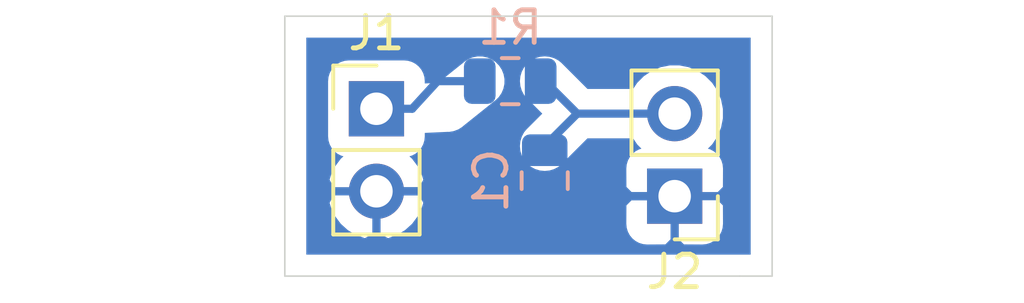
<source format=kicad_pcb>
(kicad_pcb (version 20221018) (generator pcbnew)
  (layers (0 "F.Cu" signal) (31 "B.Cu" signal) (34 "B.Paste" user) (35 "F.Paste" user) (36 "B.SilkS" user "B.Silkscreen") (37 "F.SilkS" user "F.Silkscreen") (38 "B.Mask" user) (39 "F.Mask" user) (44 "Edge.Cuts" user))
  (net 0 "")
  (net 1 "GND")
  (net 2 "Net-(C1-Pad1)")
  (net 3 "Net-(J1-Pad1)")
  (footprint "Connector_PinHeader_2.54mm:PinHeader_1x02_P2.54mm_Vertical" (layer "F.Cu") (at 167 77.54 180)
    (fp_text reference "J2" (at 0 -2.33) (layer "F.SilkS"))
    (fp_text value "Conn_01x02_Male")
    (fp_line (start -1.33 -1.33) (end 0 -1.33) (stroke (width 0.12)) (layer "F.SilkS"))
    (fp_line (start -1.33 0) (end -1.33 -1.33) (stroke (width 0.12)) (layer "F.SilkS"))
    (fp_line (start -1.33 1.27) (end -1.33 3.87) (stroke (width 0.12)) (layer "F.SilkS"))
    (fp_line (start -1.33 1.27) (end 1.33 1.27) (stroke (width 0.12)) (layer "F.SilkS"))
    (fp_line (start -1.33 3.87) (end 1.33 3.87) (stroke (width 0.12)) (layer "F.SilkS"))
    (fp_line (start 1.33 1.27) (end 1.33 3.87) (stroke (width 0.12)) (layer "F.SilkS"))
    (pad "1" thru_hole rect (at 0 0 180) (size 1.7 1.7) (drill 1) (layers "*.Cu" "*.Mask") (net 1 "GND"))
    (pad "2" thru_hole oval (at 0 2.54 180) (size 1.7 1.7) (drill 1) (layers "*.Cu" "*.Mask") (net 2 "Net-(C1-Pad1)"))
  )
  (footprint "Connector_PinHeader_2.54mm:PinHeader_1x02_P2.54mm_Vertical" (layer "F.Cu") (at 157.82 74.85)
    (fp_text reference "J1" (at 0 -2.33) (layer "F.SilkS"))
    (fp_text value "Conn_01x02_Male")
    (fp_line (start -1.33 -1.33) (end 0 -1.33) (stroke (width 0.12)) (layer "F.SilkS"))
    (fp_line (start -1.33 0) (end -1.33 -1.33) (stroke (width 0.12)) (layer "F.SilkS"))
    (fp_line (start -1.33 1.27) (end -1.33 3.87) (stroke (width 0.12)) (layer "F.SilkS"))
    (fp_line (start -1.33 1.27) (end 1.33 1.27) (stroke (width 0.12)) (layer "F.SilkS"))
    (fp_line (start -1.33 3.87) (end 1.33 3.87) (stroke (width 0.12)) (layer "F.SilkS"))
    (fp_line (start 1.33 1.27) (end 1.33 3.87) (stroke (width 0.12)) (layer "F.SilkS"))
    (pad "1" thru_hole rect (at 0 0) (size 1.7 1.7) (drill 1) (layers "*.Cu" "*.Mask") (net 3 "Net-(J1-Pad1)"))
    (pad "2" thru_hole oval (at 0 2.54) (size 1.7 1.7) (drill 1) (layers "*.Cu" "*.Mask") (net 1 "GND"))
  )
  (footprint "Capacitor_SMD:C_0805_2012Metric" (layer "B.Cu") (at 163 77.0625 -90)
    (fp_text reference "C1" (at 0 1.65 -90) (layer "B.SilkS") (effects (justify mirror)))
    (fp_text value "C")
    (fp_line (start -0.258578 -0.71) (end 0.258578 -0.71) (stroke (width 0.12)) (layer "B.SilkS"))
    (fp_line (start -0.258578 0.71) (end 0.258578 0.71) (stroke (width 0.12)) (layer "B.SilkS"))
    (pad "1" smd roundrect (at -0.9375 0 270) (size 0.975 1.4) (layers "B.Cu" "B.Paste" "B.Mask") (net 2 "Net-(C1-Pad1)"))
    (pad "2" smd roundrect (at 0.9375 0 270) (size 0.975 1.4) (layers "B.Cu" "B.Paste" "B.Mask") (net 1 "GND"))
  )
  (footprint "Resistor_SMD:R_0805_2012Metric" (layer "B.Cu") (at 161.9375 74 180)
    (fp_text reference "R1" (at 0 1.65) (layer "B.SilkS") (effects (justify mirror)))
    (fp_text value "R")
    (fp_line (start -0.258578 -0.71) (end 0.258578 -0.71) (stroke (width 0.12)) (layer "B.SilkS"))
    (fp_line (start -0.258578 0.71) (end 0.258578 0.71) (stroke (width 0.12)) (layer "B.SilkS"))
    (pad "1" smd roundrect (at -0.9375 0 180) (size 0.975 1.4) (layers "B.Cu" "B.Paste" "B.Mask") (net 2 "Net-(C1-Pad1)"))
    (pad "2" smd roundrect (at 0.9375 0 180) (size 0.975 1.4) (layers "B.Cu" "B.Paste" "B.Mask") (net 3 "Net-(J1-Pad1)"))
  )
  (gr_line (start 170 80) (end 169 80) (stroke (width 0.05)) (layer "Edge.Cuts"))
  (gr_line (start 155 80) (end 155 72) (stroke (width 0.05)) (layer "Edge.Cuts"))
  (gr_line (start 169 80) (end 155 80) (stroke (width 0.05)) (layer "Edge.Cuts"))
  (gr_line (start 170 72) (end 170 80) (stroke (width 0.05)) (layer "Edge.Cuts"))
  (gr_line (start 155 72) (end 170 72) (stroke (width 0.05)) (layer "Edge.Cuts"))
  (segment (start 167 77.54) (end 163.46 77.54) (width 0.25) (layer "B.Cu") (net 1))
  (segment (start 162.39 77.39) (end 163 78) (width 0.25) (layer "B.Cu") (net 1))
  (segment (start 163.46 77.54) (end 163 78) (width 0.25) (layer "B.Cu") (net 1))
  (segment (start 157.82 77.39) (end 162.39 77.39) (width 0.25) (layer "B.Cu") (net 1))
  (segment (start 167 75) (end 164 75) (width 0.25) (layer "B.Cu") (net 2))
  (segment (start 164 75) (end 163 76) (width 0.25) (layer "B.Cu") (net 2))
  (segment (start 164 75) (end 163 74) (width 0.25) (layer "B.Cu") (net 2))
  (segment (start 158.92 74.85) (end 159.7 74) (width 0.25) (layer "B.Cu") (net 3))
  (segment (start 157.82 74.85) (end 158.92 74.85) (width 0.25) (layer "B.Cu") (net 3))
  (segment (start 159.7 74) (end 161 74) (width 0.25) (layer "B.Cu") (net 3))
  (zone (net 1) (net_name "GND") (layer "B.Cu") (connect_pads (clearance 0.508)) (min_thickness 0.254) (fill yes (thermal_gap 0.508) (thermal_bridge_width 0.508))
    (polygon (pts (xy 170 80) (xy 155 80) (xy 155 72) (xy 170 72)))
  )
)
</source>
